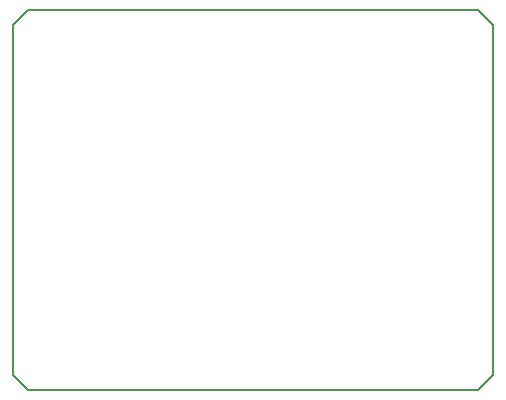
<source format=gm1>
G04 #@! TF.GenerationSoftware,KiCad,Pcbnew,8.0.0*
G04 #@! TF.CreationDate,2024-03-17T08:28:34+09:00*
G04 #@! TF.ProjectId,Pmod_DisplayPort,506d6f64-5f44-4697-9370-6c6179506f72,rev?*
G04 #@! TF.SameCoordinates,PXae6870PY2719c40*
G04 #@! TF.FileFunction,Profile,NP*
%FSLAX46Y46*%
G04 Gerber Fmt 4.6, Leading zero omitted, Abs format (unit mm)*
G04 Created by KiCad (PCBNEW 8.0.0) date 2024-03-17 08:28:34*
%MOMM*%
%LPD*%
G01*
G04 APERTURE LIST*
G04 #@! TA.AperFunction,Profile*
%ADD10C,0.150000*%
G04 #@! TD*
G04 APERTURE END LIST*
D10*
X31750000Y1270000D02*
X30480000Y0D01*
X-8890000Y1270000D02*
X-8890000Y30840000D01*
X31750000Y30840000D02*
X31750000Y1270000D01*
X-7620000Y0D02*
X30480000Y0D01*
X-7620000Y0D02*
X-8890000Y1270000D01*
X30480000Y32110000D02*
X31750000Y30840000D01*
X-8890000Y30840000D02*
X-7620000Y32110000D01*
X-7620000Y32110000D02*
X30480000Y32110000D01*
M02*

</source>
